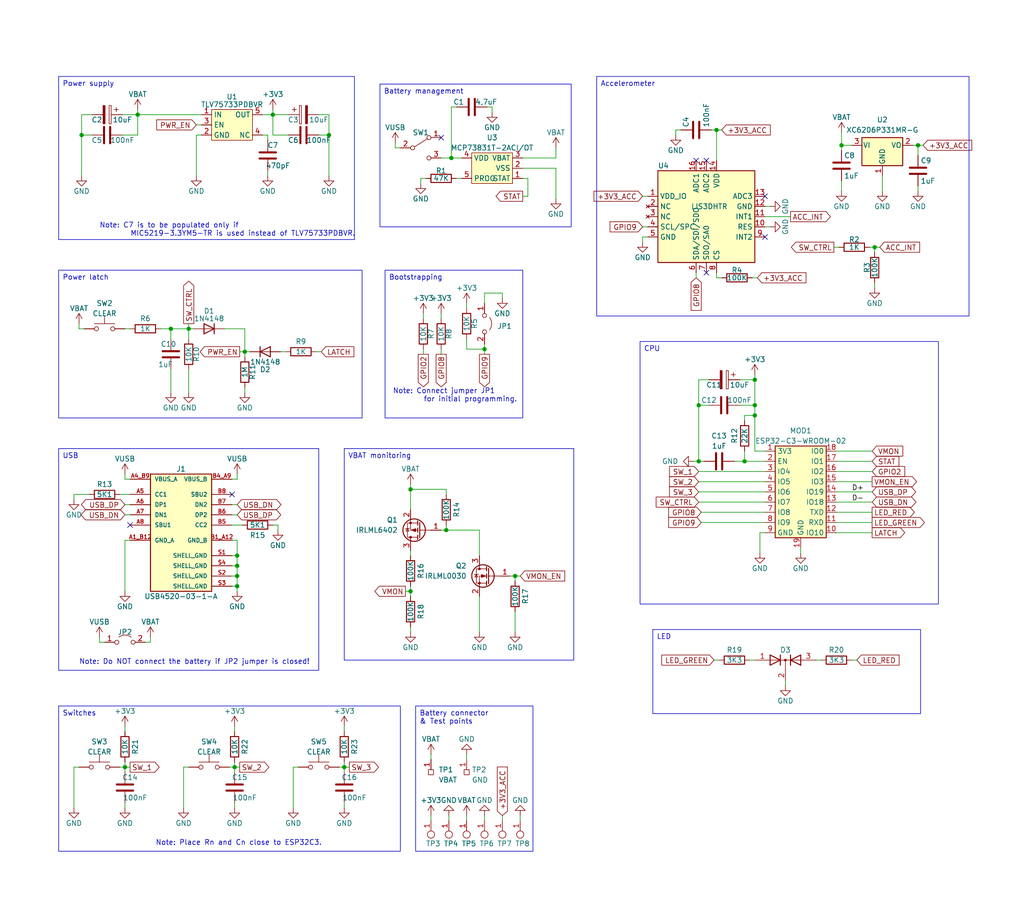
<source format=kicad_sch>
(kicad_sch (version 20230121) (generator eeschema)
  (paper "User" 254.991 229.997)
  (title_block (title "Bluetooth Password Keyboard") (date "2023-10-08") (rev "A"))
  (junction (at 111.125 132.08))
  (junction (at 59.055 140.97))
  (junction (at 185.42 114.935))
  (junction (at 60.96 87.63))
  (junction (at 187.96 94.615))
  (junction (at 59.055 143.51))
  (junction (at 59.055 138.43))
  (junction (at 85.725 191.135))
  (junction (at 102.235 147.32))
  (junction (at 31.115 191.135))
  (junction (at 120.65 86.995))
  (junction (at 58.42 191.135))
  (junction (at 217.805 61.595))
  (junction (at 173.99 114.935))
  (junction (at 67.945 28.575))
  (junction (at 112.395 39.37))
  (junction (at 187.96 103.505))
  (junction (at 173.99 100.965))
  (junction (at 46.99 81.915))
  (junction (at 228.6 36.195))
  (junction (at 209.55 36.195))
  (junction (at 42.545 81.915))
  (junction (at 20.32 33.655))
  (junction (at 128.27 143.51))
  (junction (at 102.235 121.92))
  (junction (at 178.435 32.385))
  (junction (at 187.96 100.965))
  (junction (at 34.29 28.575))
  (junction (at 59.055 146.05))
  (junction (at 81.915 33.655))
  (no_connect (at 173.355 40.005))
  (no_connect (at 109.855 34.29))
  (no_connect (at 175.895 67.945))
  (no_connect (at 190.5 48.895))
  (no_connect (at 190.5 59.055))
  (no_connect (at 175.895 40.005))
  (no_connect (at 32.385 130.81))
  (no_connect (at 57.785 123.19))
  (wire (pts (xy 178.435 32.385) (xy 178.435 40.005)))
  (wire (pts (xy 128.27 143.51) (xy 128.27 144.78)))
  (wire (pts (xy 189.23 132.715) (xy 189.23 137.795)))
  (wire (pts (xy 20.32 33.655) (xy 20.32 43.815)))
  (wire (pts (xy 57.785 146.05) (xy 59.055 146.05)))
  (wire (pts (xy 58.42 191.135) (xy 58.42 192.405)))
  (wire (pts (xy 208.28 130.175) (xy 217.17 130.175)))
  (wire (pts (xy 160.02 48.895) (xy 161.29 48.895)))
  (wire (pts (xy 172.72 114.935) (xy 173.99 114.935)))
  (wire (pts (xy 125.095 203.2) (xy 125.095 204.47)))
  (wire (pts (xy 18.415 123.19) (xy 18.415 124.46)))
  (wire (pts (xy 130.175 41.91) (xy 138.43 41.91)))
  (wire (pts (xy 130.175 48.895) (xy 131.445 48.895)))
  (wire (pts (xy 109.855 78.105) (xy 109.855 79.375)))
  (wire (pts (xy 78.74 87.63) (xy 80.01 87.63)))
  (wire (pts (xy 31.115 134.62) (xy 31.115 147.32)))
  (wire (pts (xy 184.15 94.615) (xy 187.96 94.615)))
  (wire (pts (xy 195.58 169.545) (xy 195.58 170.815)))
  (wire (pts (xy 185.42 114.935) (xy 190.5 114.935)))
  (wire (pts (xy 187.96 94.615) (xy 187.96 100.965)))
  (wire (pts (xy 209.55 36.195) (xy 212.09 36.195)))
  (wire (pts (xy 67.945 33.655) (xy 71.755 33.655)))
  (wire (pts (xy 120.65 86.995) (xy 120.65 88.265)))
  (wire (pts (xy 29.845 123.19) (xy 32.385 123.19)))
  (wire (pts (xy 130.175 39.37) (xy 138.43 39.37)))
  (wire (pts (xy 178.435 69.215) (xy 179.705 69.215)))
  (wire (pts (xy 120.65 203.2) (xy 120.65 204.47)))
  (wire (pts (xy 18.415 123.19) (xy 22.225 123.19)))
  (wire (pts (xy 160.02 59.055) (xy 161.29 59.055)))
  (wire (pts (xy 73.025 191.135) (xy 73.025 201.295)))
  (wire (pts (xy 65.405 28.575) (xy 67.945 28.575)))
  (wire (pts (xy 209.55 37.465) (xy 209.55 36.195)))
  (wire (pts (xy 57.785 119.38) (xy 59.055 119.38)))
  (wire (pts (xy 128.27 143.51) (xy 129.54 143.51)))
  (wire (pts (xy 60.96 87.63) (xy 62.23 87.63)))
  (wire (pts (xy 116.205 187.96) (xy 116.205 189.23)))
  (wire (pts (xy 102.235 147.32) (xy 102.235 148.59)))
  (wire (pts (xy 102.235 121.92) (xy 111.125 121.92)))
  (wire (pts (xy 102.235 121.92) (xy 102.235 127)))
  (wire (pts (xy 138.43 36.83) (xy 138.43 39.37)))
  (wire (pts (xy 18.415 191.135) (xy 18.415 201.295)))
  (wire (pts (xy 20.32 33.655) (xy 22.86 33.655)))
  (wire (pts (xy 98.425 35.56) (xy 98.425 36.83)))
  (wire (pts (xy 177.8 164.465) (xy 179.07 164.465)))
  (wire (pts (xy 207.645 61.595) (xy 208.915 61.595)))
  (wire (pts (xy 173.99 94.615) (xy 176.53 94.615)))
  (wire (pts (xy 229.87 36.195) (xy 228.6 36.195)))
  (wire (pts (xy 55.88 81.915) (xy 60.96 81.915)))
  (wire (pts (xy 102.235 156.21) (xy 102.235 157.48)))
  (wire (pts (xy 111.76 203.2) (xy 111.76 204.47)))
  (wire (pts (xy 186.69 164.465) (xy 187.96 164.465)))
  (wire (pts (xy 69.85 87.63) (xy 71.12 87.63)))
  (wire (pts (xy 188.595 69.215) (xy 187.325 69.215)))
  (wire (pts (xy 112.395 39.37) (xy 114.935 39.37)))
  (wire (pts (xy 208.28 125.095) (xy 217.17 125.095)))
  (wire (pts (xy 31.115 191.135) (xy 32.385 191.135)))
  (wire (pts (xy 168.275 32.385) (xy 169.545 32.385)))
  (wire (pts (xy 59.055 138.43) (xy 59.055 140.97)))
  (wire (pts (xy 189.23 132.715) (xy 190.5 132.715)))
  (wire (pts (xy 31.115 119.38) (xy 32.385 119.38)))
  (wire (pts (xy 209.55 45.085) (xy 209.55 47.625)))
  (wire (pts (xy 131.445 44.45) (xy 131.445 48.895)))
  (wire (pts (xy 190.5 56.515) (xy 191.77 56.515)))
  (wire (pts (xy 121.285 26.67) (xy 122.555 26.67)))
  (wire (pts (xy 208.28 120.015) (xy 217.17 120.015)))
  (wire (pts (xy 20.32 28.575) (xy 22.86 28.575)))
  (wire (pts (xy 119.38 132.08) (xy 119.38 138.43)))
  (wire (pts (xy 31.115 191.135) (xy 31.115 192.405)))
  (wire (pts (xy 127 143.51) (xy 128.27 143.51)))
  (wire (pts (xy 219.71 47.625) (xy 219.71 43.815)))
  (wire (pts (xy 37.465 158.75) (xy 37.465 160.02)))
  (wire (pts (xy 212.09 164.465) (xy 213.36 164.465)))
  (wire (pts (xy 111.125 121.92) (xy 111.125 123.19)))
  (wire (pts (xy 46.99 81.915) (xy 48.26 81.915)))
  (wire (pts (xy 34.29 28.575) (xy 34.29 33.655)))
  (wire (pts (xy 79.375 33.655) (xy 81.915 33.655)))
  (wire (pts (xy 31.115 81.915) (xy 32.385 81.915)))
  (wire (pts (xy 227.33 36.195) (xy 228.6 36.195)))
  (wire (pts (xy 208.28 127.635) (xy 217.17 127.635)))
  (wire (pts (xy 173.99 100.965) (xy 173.99 114.935)))
  (wire (pts (xy 208.28 132.715) (xy 217.17 132.715)))
  (wire (pts (xy 217.805 62.865) (xy 217.805 61.595)))
  (wire (pts (xy 128.27 152.4) (xy 128.27 157.48)))
  (wire (pts (xy 58.42 191.135) (xy 57.15 191.135)))
  (wire (pts (xy 31.115 191.135) (xy 29.845 191.135)))
  (wire (pts (xy 187.96 100.965) (xy 187.96 103.505)))
  (wire (pts (xy 48.895 31.115) (xy 50.165 31.115)))
  (wire (pts (xy 18.415 191.135) (xy 19.685 191.135)))
  (wire (pts (xy 58.42 191.135) (xy 59.69 191.135)))
  (wire (pts (xy 57.785 125.73) (xy 59.055 125.73)))
  (wire (pts (xy 107.315 203.2) (xy 107.315 204.47)))
  (wire (pts (xy 125.095 73.025) (xy 125.095 74.295)))
  (wire (pts (xy 122.555 26.67) (xy 122.555 27.94)))
  (wire (pts (xy 30.48 33.655) (xy 34.29 33.655)))
  (wire (pts (xy 40.005 81.915) (xy 42.545 81.915)))
  (wire (pts (xy 228.6 46.355) (xy 228.6 47.625)))
  (wire (pts (xy 185.42 112.395) (xy 185.42 114.935)))
  (wire (pts (xy 116.205 75.565) (xy 116.205 76.835)))
  (wire (pts (xy 119.38 148.59) (xy 119.38 157.48)))
  (wire (pts (xy 34.29 28.575) (xy 50.165 28.575)))
  (wire (pts (xy 173.99 125.095) (xy 190.5 125.095)))
  (wire (pts (xy 85.725 180.975) (xy 85.725 182.245)))
  (wire (pts (xy 45.72 191.135) (xy 46.99 191.135)))
  (wire (pts (xy 81.915 33.655) (xy 81.915 43.815)))
  (wire (pts (xy 30.48 28.575) (xy 34.29 28.575)))
  (wire (pts (xy 46.99 80.645) (xy 46.99 81.915)))
  (wire (pts (xy 187.96 103.505) (xy 187.96 112.395)))
  (wire (pts (xy 57.785 140.97) (xy 59.055 140.97)))
  (wire (pts (xy 31.115 200.025) (xy 31.115 201.295)))
  (wire (pts (xy 59.055 146.05) (xy 59.055 147.32)))
  (wire (pts (xy 102.235 120.65) (xy 102.235 121.92)))
  (wire (pts (xy 66.675 42.545) (xy 66.675 43.815)))
  (wire (pts (xy 174.625 127.635) (xy 190.5 127.635)))
  (wire (pts (xy 31.115 134.62) (xy 32.385 134.62)))
  (wire (pts (xy 113.665 44.45) (xy 114.935 44.45)))
  (wire (pts (xy 85.725 191.135) (xy 84.455 191.135)))
  (wire (pts (xy 105.41 78.105) (xy 105.41 79.375)))
  (wire (pts (xy 109.855 86.995) (xy 109.855 88.265)))
  (wire (pts (xy 217.805 61.595) (xy 219.075 61.595)))
  (wire (pts (xy 116.205 203.2) (xy 116.205 204.47)))
  (wire (pts (xy 48.895 33.655) (xy 48.895 43.815)))
  (wire (pts (xy 59.055 140.97) (xy 59.055 143.51)))
  (wire (pts (xy 57.785 130.81) (xy 60.325 130.81)))
  (wire (pts (xy 109.855 39.37) (xy 112.395 39.37)))
  (wire (pts (xy 199.39 136.525) (xy 199.39 137.795)))
  (wire (pts (xy 67.945 27.305) (xy 67.945 28.575)))
  (wire (pts (xy 174.625 130.175) (xy 190.5 130.175)))
  (wire (pts (xy 69.215 130.81) (xy 69.215 132.08)))
  (wire (pts (xy 217.805 61.595) (xy 216.535 61.595)))
  (wire (pts (xy 107.315 187.96) (xy 107.315 189.23)))
  (wire (pts (xy 31.115 125.73) (xy 32.385 125.73)))
  (wire (pts (xy 177.165 32.385) (xy 178.435 32.385)))
  (wire (pts (xy 185.42 103.505) (xy 187.96 103.505)))
  (wire (pts (xy 85.725 200.025) (xy 85.725 201.295)))
  (wire (pts (xy 58.42 180.975) (xy 58.42 182.245)))
  (wire (pts (xy 57.785 143.51) (xy 59.055 143.51)))
  (wire (pts (xy 59.055 143.51) (xy 59.055 146.05)))
  (wire (pts (xy 60.96 96.52) (xy 60.96 97.79)))
  (wire (pts (xy 31.115 118.11) (xy 31.115 119.38)))
  (wire (pts (xy 208.28 122.555) (xy 217.17 122.555)))
  (wire (pts (xy 60.96 87.63) (xy 60.96 88.9)))
  (wire (pts (xy 173.99 94.615) (xy 173.99 100.965)))
  (wire (pts (xy 59.69 87.63) (xy 60.96 87.63)))
  (wire (pts (xy 20.32 28.575) (xy 20.32 33.655)))
  (wire (pts (xy 187.96 112.395) (xy 190.5 112.395)))
  (wire (pts (xy 187.96 93.345) (xy 187.96 94.615)))
  (wire (pts (xy 85.725 191.135) (xy 85.725 192.405)))
  (wire (pts (xy 184.15 100.965) (xy 187.96 100.965)))
  (wire (pts (xy 57.785 134.62) (xy 59.055 134.62)))
  (wire (pts (xy 24.765 158.75) (xy 24.765 160.02)))
  (wire (pts (xy 42.545 81.915) (xy 46.99 81.915)))
  (wire (pts (xy 19.685 81.915) (xy 20.955 81.915)))
  (wire (pts (xy 138.43 41.91) (xy 138.43 49.53)))
  (wire (pts (xy 104.775 44.45) (xy 104.775 45.72)))
  (wire (pts (xy 31.115 180.975) (xy 31.115 182.245)))
  (wire (pts (xy 160.02 56.515) (xy 161.29 56.515)))
  (wire (pts (xy 112.395 26.67) (xy 113.665 26.67)))
  (wire (pts (xy 98.425 36.83) (xy 99.695 36.83)))
  (wire (pts (xy 168.275 32.385) (xy 168.275 33.655)))
  (wire (pts (xy 46.99 81.915) (xy 46.99 84.455)))
  (wire (pts (xy 105.41 86.995) (xy 105.41 88.265)))
  (wire (pts (xy 24.765 160.02) (xy 26.035 160.02)))
  (wire (pts (xy 46.99 92.075) (xy 46.99 97.79)))
  (wire (pts (xy 178.435 67.945) (xy 178.435 69.215)))
  (wire (pts (xy 190.5 51.435) (xy 191.77 51.435)))
  (wire (pts (xy 58.42 189.865) (xy 58.42 191.135)))
  (wire (pts (xy 100.965 147.32) (xy 102.235 147.32)))
  (wire (pts (xy 111.125 132.08) (xy 119.38 132.08)))
  (wire (pts (xy 116.205 86.995) (xy 120.65 86.995)))
  (wire (pts (xy 129.54 203.2) (xy 129.54 204.47)))
  (wire (pts (xy 19.685 80.645) (xy 19.685 81.915)))
  (wire (pts (xy 112.395 26.67) (xy 112.395 39.37)))
  (wire (pts (xy 57.785 128.27) (xy 59.055 128.27)))
  (wire (pts (xy 120.65 85.725) (xy 120.65 86.995)))
  (wire (pts (xy 45.72 191.135) (xy 45.72 201.295)))
  (wire (pts (xy 57.785 138.43) (xy 59.055 138.43)))
  (wire (pts (xy 58.42 200.025) (xy 58.42 201.295)))
  (wire (pts (xy 209.55 33.02) (xy 209.55 36.195)))
  (wire (pts (xy 130.175 44.45) (xy 131.445 44.45)))
  (wire (pts (xy 67.945 130.81) (xy 69.215 130.81)))
  (wire (pts (xy 116.205 84.455) (xy 116.205 86.995)))
  (wire (pts (xy 81.915 28.575) (xy 81.915 33.655)))
  (wire (pts (xy 60.96 81.915) (xy 60.96 87.63)))
  (wire (pts (xy 73.025 191.135) (xy 74.295 191.135)))
  (wire (pts (xy 85.725 189.865) (xy 85.725 191.135)))
  (wire (pts (xy 102.235 137.16) (xy 102.235 138.43)))
  (wire (pts (xy 48.895 33.655) (xy 50.165 33.655)))
  (wire (pts (xy 59.055 134.62) (xy 59.055 138.43)))
  (wire (pts (xy 196.85 53.975) (xy 190.5 53.975)))
  (wire (pts (xy 160.02 59.055) (xy 160.02 60.325)))
  (wire (pts (xy 173.99 122.555) (xy 190.5 122.555)))
  (wire (pts (xy 203.2 164.465) (xy 204.47 164.465)))
  (wire (pts (xy 208.28 112.395) (xy 217.17 112.395)))
  (wire (pts (xy 59.055 118.11) (xy 59.055 119.38)))
  (wire (pts (xy 66.675 33.655) (xy 66.675 34.925)))
  (wire (pts (xy 42.545 92.075) (xy 42.545 97.79)))
  (wire (pts (xy 36.195 160.02) (xy 37.465 160.02)))
  (wire (pts (xy 173.99 100.965) (xy 176.53 100.965)))
  (wire (pts (xy 104.775 44.45) (xy 106.045 44.45)))
  (wire (pts (xy 42.545 81.915) (xy 42.545 84.455)))
  (wire (pts (xy 173.355 69.215) (xy 173.355 67.945)))
  (wire (pts (xy 79.375 28.575) (xy 81.915 28.575)))
  (wire (pts (xy 182.88 114.935) (xy 185.42 114.935)))
  (wire (pts (xy 173.99 117.475) (xy 190.5 117.475)))
  (wire (pts (xy 109.855 132.08) (xy 111.125 132.08)))
  (wire (pts (xy 31.115 128.27) (xy 32.385 128.27)))
  (wire (pts (xy 173.99 120.015) (xy 190.5 120.015)))
  (wire (pts (xy 34.29 27.305) (xy 34.29 28.575)))
  (wire (pts (xy 185.42 103.505) (xy 185.42 104.775)))
  (wire (pts (xy 67.945 28.575) (xy 67.945 33.655)))
  (wire (pts (xy 111.125 130.81) (xy 111.125 132.08)))
  (wire (pts (xy 85.725 191.135) (xy 86.995 191.135)))
  (wire (pts (xy 228.6 36.195) (xy 228.6 38.735)))
  (wire (pts (xy 179.705 32.385) (xy 178.435 32.385)))
  (wire (pts (xy 173.99 114.935) (xy 175.26 114.935)))
  (wire (pts (xy 217.805 71.755) (xy 217.805 70.485)))
  (wire (pts (xy 120.65 73.025) (xy 125.095 73.025)))
  (wire (pts (xy 208.28 114.935) (xy 217.17 114.935)))
  (wire (pts (xy 31.115 189.865) (xy 31.115 191.135)))
  (wire (pts (xy 102.235 146.05) (xy 102.235 147.32)))
  (wire (pts (xy 65.405 33.655) (xy 66.675 33.655)))
  (wire (pts (xy 120.65 73.025) (xy 120.65 75.565)))
  (wire (pts (xy 67.945 28.575) (xy 71.755 28.575)))
  (wire (pts (xy 208.28 117.475) (xy 217.17 117.475)))
  (text_box "Battery connector\n& Test points\n" (at 103.505 175.895 0) (size 29.21 36.195) (effects (font (size 1.27 1.27)) (justify left top)))
  (text_box "Switches\n" (at 14.605 175.895 0) (size 85.09 36.195) (effects (font (size 1.27 1.27)) (justify left top)))
  (text_box "Battery management" (at 94.615 20.955 0) (size 47.625 35.56) (effects (font (size 1.27 1.27)) (justify left top)))
  (text_box "CPU" (at 159.385 85.09 0) (size 74.295 65.405) (effects (font (size 1.27 1.27)) (justify left top)))
  (text_box "Power latch" (at 14.605 67.31 0) (size 75.565 36.83) (effects (font (size 1.27 1.27)) (justify left top)))
  (text_box "VBAT monitoring" (at 85.725 111.76 0) (size 57.15 52.705) (effects (font (size 1.27 1.27)) (justify left top)))
  (text_box "Bootstrapping" (at 95.885 67.31 0) (size 34.29 36.83) (effects (font (size 1.27 1.27)) (justify left top)))
  (text_box "Power supply\n" (at 14.605 19.05 0) (size 73.66 40.64) (effects (font (size 1.27 1.27)) (justify left top)))
  (text_box "USB" (at 14.605 111.76 0) (size 64.77 55.245) (effects (font (size 1.27 1.27)) (justify left top)))
  (text_box "LED" (at 162.56 156.845 0) (size 66.675 20.955) (effects (font (size 1.27 1.27)) (justify left top)))
  (text_box "Accelerometer\n" (at 148.59 19.05 0) (size 92.71 59.69) (effects (font (size 1.27 1.27)) (justify left top)))
  (text "Note: C7 is to be populated only if\n	   MIC5219-3.3YM5-TR is used instead of TLV75733PDBVR." (at 24.765 59.055 0) (effects (font (size 1.27 1.27)) (justify left bottom)))
  (text "Note: Do NOT connect the battery if JP2 jumper is closed!" (at 19.685 165.735 0) (effects (font (size 1.27 1.27)) (justify left bottom)))
  (text "Note: Connect jumper JP1\n	   for initial programming." (at 97.79 100.33 0) (effects (font (size 1.27 1.27)) (justify left bottom)))
  (text "Note: Place Rn and Cn close to ESP32C3." (at 38.735 210.82 0) (effects (font (size 1.27 1.27)) (justify left bottom)))
  (label "D-" (at 212.09 125.095 0))
  (label "D+" (at 212.09 122.555 0))
  (global_label "GPIO9" (shape input) (at 174.625 130.175 180) (property "Intersheetrefs" "${INTERSHEET_REFS}" (effects hide)))
  (global_label "VMON" (shape output) (at 100.965 147.32 180) (property "Intersheetrefs" "${INTERSHEET_REFS}" (effects hide)))
  (global_label "STAT" (shape input) (at 217.17 114.935 0) (property "Intersheetrefs" "${INTERSHEET_REFS}" (effects hide)))
  (global_label "VMON_EN" (shape output) (at 217.17 120.015 0) (property "Intersheetrefs" "${INTERSHEET_REFS}" (effects hide)))
  (global_label "LATCH" (shape output) (at 217.17 132.715 0) (property "Intersheetrefs" "${INTERSHEET_REFS}" (effects hide)))
  (global_label "LED_RED" (shape input) (at 213.36 164.465 0) (property "Intersheetrefs" "${INTERSHEET_REFS}" (effects hide)))
  (global_label "GPIO2" (shape output) (at 105.41 88.265 270) (property "Intersheetrefs" "${INTERSHEET_REFS}" (effects hide)))
  (global_label "SW_1" (shape output) (at 32.385 191.135 0) (property "Intersheetrefs" "${INTERSHEET_REFS}" (effects hide)))
  (global_label "USB_DP" (shape bidirectional) (at 59.055 128.27 0) (property "Intersheetrefs" "${INTERSHEET_REFS}" (effects hide)))
  (global_label "USB_DN" (shape bidirectional) (at 31.115 128.27 180) (property "Intersheetrefs" "${INTERSHEET_REFS}" (effects hide)))
  (global_label "GPIO9" (shape input) (at 160.02 56.515 180) (property "Intersheetrefs" "${INTERSHEET_REFS}" (effects hide)))
  (global_label "+3V3_ACC" (shape input) (at 188.595 69.215 0) (property "Intersheetrefs" "${INTERSHEET_REFS}" (effects hide)))
  (global_label "SW_CTRL" (shape output) (at 46.99 80.645 90) (property "Intersheetrefs" "${INTERSHEET_REFS}" (effects hide)))
  (global_label "ACC_INT" (shape input) (at 219.075 61.595 0) (property "Intersheetrefs" "${INTERSHEET_REFS}" (effects hide)))
  (global_label "SW_CTRL" (shape output) (at 207.645 61.595 180) (property "Intersheetrefs" "${INTERSHEET_REFS}" (effects hide)))
  (global_label "SW_2" (shape input) (at 173.99 120.015 180) (property "Intersheetrefs" "${INTERSHEET_REFS}" (effects hide)))
  (global_label "USB_DN" (shape bidirectional) (at 59.055 125.73 0) (property "Intersheetrefs" "${INTERSHEET_REFS}" (effects hide)))
  (global_label "SW_2" (shape output) (at 59.69 191.135 0) (property "Intersheetrefs" "${INTERSHEET_REFS}" (effects hide)))
  (global_label "ACC_INT" (shape output) (at 196.85 53.975 0) (property "Intersheetrefs" "${INTERSHEET_REFS}" (effects hide)))
  (global_label "USB_DP" (shape bidirectional) (at 217.17 122.555 0) (property "Intersheetrefs" "${INTERSHEET_REFS}" (effects hide)))
  (global_label "VMON_EN" (shape input) (at 129.54 143.51 0) (property "Intersheetrefs" "${INTERSHEET_REFS}" (effects hide)))
  (global_label "STAT" (shape output) (at 130.175 48.895 180) (property "Intersheetrefs" "${INTERSHEET_REFS}" (effects hide)))
  (global_label "LATCH" (shape input) (at 80.01 87.63 0) (property "Intersheetrefs" "${INTERSHEET_REFS}" (effects hide)))
  (global_label "PWR_EN" (shape output) (at 59.69 87.63 180) (property "Intersheetrefs" "${INTERSHEET_REFS}" (effects hide)))
  (global_label "LED_RED" (shape output) (at 217.17 127.635 0) (property "Intersheetrefs" "${INTERSHEET_REFS}" (effects hide)))
  (global_label "SW_3" (shape input) (at 173.99 122.555 180) (property "Intersheetrefs" "${INTERSHEET_REFS}" (effects hide)))
  (global_label "SW_3" (shape output) (at 86.995 191.135 0) (property "Intersheetrefs" "${INTERSHEET_REFS}" (effects hide)))
  (global_label "GPIO8" (shape output) (at 109.855 88.265 270) (property "Intersheetrefs" "${INTERSHEET_REFS}" (effects hide)))
  (global_label "+3V3_ACC" (shape input) (at 229.87 36.195 0) (property "Intersheetrefs" "${INTERSHEET_REFS}" (effects hide)))
  (global_label "+3V3_ACC" (shape input) (at 179.705 32.385 0) (property "Intersheetrefs" "${INTERSHEET_REFS}" (effects hide)))
  (global_label "GPIO8" (shape input) (at 173.355 69.215 270) (property "Intersheetrefs" "${INTERSHEET_REFS}" (effects hide)))
  (global_label "PWR_EN" (shape input) (at 48.895 31.115 180) (property "Intersheetrefs" "${INTERSHEET_REFS}" (effects hide)))
  (global_label "SW_CTRL" (shape input) (at 173.99 125.095 180) (property "Intersheetrefs" "${INTERSHEET_REFS}" (effects hide)))
  (global_label "+3V3_ACC" (shape input) (at 125.095 203.2 90) (property "Intersheetrefs" "${INTERSHEET_REFS}" (effects hide)))
  (global_label "+3V3_ACC" (shape input) (at 160.02 48.895 180) (property "Intersheetrefs" "${INTERSHEET_REFS}" (effects hide)))
  (global_label "LED_GREEN" (shape input) (at 177.8 164.465 180) (property "Intersheetrefs" "${INTERSHEET_REFS}" (effects hide)))
  (global_label "SW_1" (shape input) (at 173.99 117.475 180) (property "Intersheetrefs" "${INTERSHEET_REFS}" (effects hide)))
  (global_label "USB_DN" (shape bidirectional) (at 217.17 125.095 0) (property "Intersheetrefs" "${INTERSHEET_REFS}" (effects hide)))
  (global_label "GPIO2" (shape input) (at 217.17 117.475 0) (property "Intersheetrefs" "${INTERSHEET_REFS}" (effects hide)))
  (global_label "VMON" (shape input) (at 217.17 112.395 0) (property "Intersheetrefs" "${INTERSHEET_REFS}" (effects hide)))
  (global_label "USB_DP" (shape bidirectional) (at 31.115 125.73 180) (property "Intersheetrefs" "${INTERSHEET_REFS}" (effects hide)))
  (global_label "GPIO8" (shape input) (at 174.625 127.635 180) (property "Intersheetrefs" "${INTERSHEET_REFS}" (effects hide)))
  (global_label "GPIO9" (shape output) (at 120.65 88.265 270) (property "Intersheetrefs" "${INTERSHEET_REFS}" (effects hide)))
  (global_label "LED_GREEN" (shape output) (at 217.17 130.175 0) (property "Intersheetrefs" "${INTERSHEET_REFS}" (effects hide)))
  (symbol (lib_id "Device:R") (at 217.805 66.675 180) (unit 1)
    (property "Reference" "R3" (at 215.9 66.675 90))
    (property "Value" "100K" (at 217.805 66.675 90))
    (property "Footprint" "Resistor_SMD:R_0603_1608Metric_Pad0.98x0.95mm_HandSolder" (effects hide))
  )
  (symbol (lib_id "power:GND") (at 104.775 45.72 0) (unit 1)
    (property "Reference" "#PWR012" (effects hide))
    (property "Value" "GND" (at 104.775 49.53 0))
  )
  (symbol (lib_id "Device:C") (at 26.67 33.655 90) (unit 1)
    (property "Reference" "C5" (at 24.13 34.925 90))
    (property "Value" "100nF" (at 30.48 34.925 90))
    (property "Footprint" "Capacitor_SMD:C_0603_1608Metric_Pad1.08x0.95mm_HandSolder" (effects hide))
  )
  (symbol (lib_id "ssb-power:VBAT") (at 19.685 81.915 0) (unit 1)
    (property "Reference" "#PWR25" (effects hide))
    (property "Value" "VBAT" (at 19.685 76.835 0))
  )
  (symbol (lib_id "power:GND") (at 168.275 33.655 0) (unit 1)
    (property "Reference" "#PWR04" (effects hide))
    (property "Value" "GND" (at 168.275 37.465 0))
  )
  (symbol (lib_id "power:GND") (at 122.555 27.94 0) (unit 1)
    (property "Reference" "#PWR02" (effects hide))
    (property "Value" "GND" (at 122.555 31.75 0))
  )
  (symbol (lib_id "power:GND") (at 45.72 201.295 0) (mirror y) (unit 1)
    (property "Reference" "#PWR053" (effects hide))
    (property "Value" "GND" (at 45.72 205.105 0))
  )
  (symbol (lib_id "power:GND") (at 160.02 60.325 0) (unit 1)
    (property "Reference" "#PWR019" (effects hide))
    (property "Value" "GND" (at 160.02 64.135 0))
  )
  (symbol (lib_id "Device:D") (at 52.07 81.915 180) (unit 1)
    (property "Reference" "D1" (at 52.07 77.47 0))
    (property "Value" "1N4148" (at 52.07 79.375 0))
    (property "Footprint" "Diode_SMD:D_SOD-323_HandSoldering" (effects hide))
    (property "Sim.Device" "D" (effects hide))
    (property "Sim.Pins" "1=K 2=A" (effects hide))
  )
  (symbol (lib_id "Device:C") (at 75.565 33.655 270) (mirror x) (unit 1)
    (property "Reference" "C6" (at 73.025 34.925 90))
    (property "Value" "100nF" (at 79.375 34.925 90))
    (property "Footprint" "Capacitor_SMD:C_0603_1608Metric_Pad1.08x0.95mm_HandSolder" (effects hide))
  )
  (symbol (lib_id "Device:R") (at 31.115 186.055 0) (mirror x) (unit 1)
    (property "Reference" "R21" (at 33.655 186.055 90))
    (property "Value" "10K" (at 31.115 186.055 90))
    (property "Footprint" "Resistor_SMD:R_0603_1608Metric_Pad0.98x0.95mm_HandSolder" (effects hide))
  )
  (symbol (lib_id "ssb-power:VUSB") (at 24.765 160.02 0) (unit 1)
    (property "Reference" "#PWR43" (effects hide))
    (property "Value" "VUSB" (at 24.765 154.94 0))
  )
  (symbol (lib_id "Device:R") (at 109.855 83.185 0) (unit 1)
    (property "Reference" "R8" (at 111.76 83.185 90))
    (property "Value" "10K" (at 109.855 83.185 90))
    (property "Footprint" "Resistor_SMD:R_0603_1608Metric_Pad0.98x0.95mm_HandSolder" (effects hide))
  )
  (symbol (lib_id "Device:C_Polarized") (at 26.67 28.575 270) (unit 1)
    (property "Reference" "C2" (at 24.13 29.845 90))
    (property "Value" "10uF" (at 30.48 29.845 90))
    (property "Footprint" "Capacitor_SMD:C_0603_1608Metric_Pad1.08x0.95mm_HandSolder" (effects hide))
  )
  (symbol (lib_id "power:GND") (at 58.42 201.295 0) (mirror y) (unit 1)
    (property "Reference" "#PWR054" (effects hide))
    (property "Value" "GND" (at 58.42 205.105 0))
  )
  (symbol (lib_id "ssb-power:VBAT") (at 116.205 204.47 0) (mirror y) (unit 1)
    (property "Reference" "#PWR59" (effects hide))
    (property "Value" "VBAT" (at 116.205 199.39 0))
  )
  (symbol (lib_id "power:GND") (at 172.72 114.935 270) (unit 1)
    (property "Reference" "#PWR030" (effects hide))
    (property "Value" "GND" (at 168.91 114.935 90) (effects (justify right)))
  )
  (symbol (lib_id "ssb-active-regulator-linear:TLV75733PDBVR") (at 57.785 31.115 0) (unit 1)
    (property "Reference" "U1" (at 57.785 24.13 0))
    (property "Value" "TLV75733PDBVR" (at 57.785 26.035 0))
    (property "Footprint" "Package_TO_SOT_SMD:SOT-23-5_HandSoldering" (effects hide))
  )
  (symbol (lib_id "Device:C_Polarized") (at 75.565 28.575 90) (mirror x) (unit 1)
    (property "Reference" "C3" (at 73.025 29.845 90))
    (property "Value" "10uF" (at 79.375 29.845 90))
    (property "Footprint" "Capacitor_SMD:C_0603_1608Metric_Pad1.08x0.95mm_HandSolder" (effects hide))
  )
  (symbol (lib_id "power:GND") (at 31.115 201.295 0) (mirror y) (unit 1)
    (property "Reference" "#PWR052" (effects hide))
    (property "Value" "GND" (at 31.115 205.105 0))
  )
  (symbol (lib_id "power:GND") (at 20.32 43.815 0) (unit 1)
    (property "Reference" "#PWR08" (effects hide))
    (property "Value" "GND" (at 20.32 47.625 0))
  )
  (symbol (lib_id "power:GND") (at 59.055 147.32 0) (mirror y) (unit 1)
    (property "Reference" "#PWR039" (effects hide))
    (property "Value" "GND" (at 59.055 151.13 0))
  )
  (symbol (lib_id "ssb-mechanical-tp:TP-ROUND-SMD-2MM") (at 120.65 211.455 180) (unit 1)
    (property "Reference" "TP6" (at 119.38 210.185 0) (effects (justify right)))
    (property "Value" "TP-ROUND-SMD-2MM" (effects hide))
    (property "Footprint" "TestPoint:TestPoint_Pad_D1.0mm" (effects hide))
  )
  (symbol (lib_id "Device:C") (at 117.475 26.67 90) (unit 1)
    (property "Reference" "C1" (at 115.57 25.4 90) (effects (justify left)))
    (property "Value" "4,7uF" (at 123.825 25.4 90) (effects (justify left)))
    (property "Footprint" "Capacitor_SMD:C_0603_1608Metric_Pad1.08x0.95mm_HandSolder" (effects hide))
  )
  (symbol (lib_id "Device:C") (at 228.6 42.545 0) (unit 1)
    (property "Reference" "C9" (at 229.235 40.005 0) (effects (justify left)))
    (property "Value" "1uF" (at 229.235 45.085 0) (effects (justify left)))
    (property "Footprint" "Capacitor_SMD:C_0603_1608Metric_Pad1.08x0.95mm_HandSolder" (effects hide))
  )
  (symbol (lib_id "Device:R") (at 102.235 142.24 0) (mirror x) (unit 1)
    (property "Reference" "R16" (at 104.775 142.24 90))
    (property "Value" "100K" (at 102.235 142.24 90))
    (property "Footprint" "Resistor_SMD:R_0603_1608Metric_Pad0.98x0.95mm_HandSolder" (effects hide))
  )
  (symbol (lib_id "Switch:SW_Push") (at 26.035 81.915 0) (mirror y) (unit 1)
    (property "Reference" "SW2" (at 26.035 75.565 0))
    (property "Value" "CLEAR" (at 26.035 78.105 0))
    (property "Footprint" "ssb-mechanical-switch:SMD GENERIC 2-PIN 3.6x6x2.5" (effects hide))
  )
  (symbol (lib_id "power:GND") (at 31.115 147.32 0) (mirror y) (unit 1)
    (property "Reference" "#PWR038" (effects hide))
    (property "Value" "GND" (at 31.115 151.13 0))
  )
  (symbol (lib_id "power:GND") (at 189.23 137.795 0) (unit 1)
    (property "Reference" "#PWR036" (effects hide))
    (property "Value" "GND" (at 189.23 141.605 0))
  )
  (symbol (lib_id "Device:D_Dual_CommonCathode_AKA") (at 195.58 164.465 0) (unit 1)
    (property "Reference" "D3" (at 195.58 161.925 0))
    (property "Value" "GREEN/RED" (effects hide))
    (property "Footprint" "ssb-opto:TH GENERIC LED 3MM DUAL (RED 3D)" (effects hide))
  )
  (symbol (lib_id "ssb-mechanical-tp:TP-ROUND-SMD-2MM") (at 116.205 211.455 180) (unit 1)
    (property "Reference" "TP5" (at 114.935 210.185 0) (effects (justify right)))
    (property "Value" "TP-ROUND-SMD-2MM" (effects hide))
    (property "Footprint" "TestPoint:TestPoint_Pad_D1.0mm" (effects hide))
  )
  (symbol (lib_id "Device:R") (at 60.96 92.71 0) (unit 1)
    (property "Reference" "R11" (at 62.865 92.71 90))
    (property "Value" "1M" (at 60.96 92.71 90))
    (property "Footprint" "Resistor_SMD:R_0603_1608Metric_Pad0.98x0.95mm_HandSolder" (effects hide))
  )
  (symbol (lib_id "power:GND") (at 209.55 47.625 0) (unit 1)
    (property "Reference" "#PWR013" (effects hide))
    (property "Value" "GND" (at 209.55 51.435 0))
  )
  (symbol (lib_id "ssb-power:VUSB") (at 98.425 36.83 0) (unit 1)
    (property "Reference" "#PWR6" (effects hide))
    (property "Value" "VUSB" (at 98.425 31.75 0))
  )
  (symbol (lib_id "power:GND") (at 217.805 71.755 0) (unit 1)
    (property "Reference" "#PWR020" (effects hide))
    (property "Value" "GND" (at 217.805 75.565 0))
  )
  (symbol (lib_id "power:GND") (at 73.025 201.295 0) (mirror y) (unit 1)
    (property "Reference" "#PWR055" (effects hide))
    (property "Value" "GND" (at 73.025 205.105 0))
  )
  (symbol (lib_id "Device:C") (at 58.42 196.215 0) (mirror y) (unit 1)
    (property "Reference" "C15" (at 59.69 193.675 0))
    (property "Value" "100nF" (at 60.96 198.755 0))
    (property "Footprint" "Capacitor_SMD:C_0603_1608Metric_Pad1.08x0.95mm_HandSolder" (effects hide))
  )
  (symbol (lib_id "Device:R") (at 208.28 164.465 90) (unit 1)
    (property "Reference" "R20" (at 208.28 161.925 90))
    (property "Value" "3K3" (at 208.28 164.465 90))
    (property "Footprint" "Resistor_SMD:R_0603_1608Metric_Pad0.98x0.95mm_HandSolder" (effects hide))
  )
  (symbol (lib_id "Device:C") (at 209.55 41.275 0) (unit 1)
    (property "Reference" "C8" (at 210.185 38.735 0) (effects (justify left)))
    (property "Value" "1uF" (at 210.185 43.815 0) (effects (justify left)))
    (property "Footprint" "Capacitor_SMD:C_0603_1608Metric_Pad1.08x0.95mm_HandSolder" (effects hide))
  )
  (symbol (lib_id "power:GND") (at 18.415 124.46 0) (mirror y) (unit 1)
    (property "Reference" "#PWR034" (effects hide))
    (property "Value" "GND" (at 18.415 128.27 0))
  )
  (symbol (lib_id "ssb-power:VBAT") (at 37.465 160.02 0) (unit 1)
    (property "Reference" "#PWR44" (effects hide))
    (property "Value" "VBAT" (at 37.465 154.94 0))
  )
  (symbol (lib_id "Device:C") (at 66.675 38.735 0) (mirror y) (unit 1)
    (property "Reference" "C7" (at 67.945 36.195 0))
    (property "Value" "470pF" (at 69.215 41.275 0))
    (property "Footprint" "Capacitor_SMD:C_0603_1608Metric_Pad1.08x0.95mm_HandSolder" (effects hide))
  )
  (symbol (lib_id "Switch:SW_Push") (at 79.375 191.135 0) (mirror y) (unit 1)
    (property "Reference" "SW5" (at 79.375 184.785 0))
    (property "Value" "CLEAR" (at 79.375 187.325 0))
    (property "Footprint" "ssb-mechanical-switch:SMD GENERIC 2-PIN 3.6x6x2.5" (effects hide))
  )
  (symbol (lib_id "power:+3V3") (at 85.725 180.975 0) (mirror y) (unit 1)
    (property "Reference" "#PWR048" (effects hide))
    (property "Value" "+3V3" (at 85.725 177.165 0))
  )
  (symbol (lib_id "power:GND") (at 60.96 97.79 0) (unit 1)
    (property "Reference" "#PWR029" (effects hide))
    (property "Value" "GND" (at 60.96 101.6 0))
  )
  (symbol (lib_id "ssb-module-wireless:ESP32-C3-WROOM-02") (at 199.39 122.555 0) (unit 1)
    (property "Reference" "MOD1" (at 199.39 107.315 0))
    (property "Value" "ESP32-C3-WROOM-02" (at 199.39 109.855 0))
    (property "Footprint" "ssb-module-wireless:SMD ESP32C3-WROOM-02" (effects hide))
  )
  (symbol (lib_id "Device:C_Polarized") (at 180.34 94.615 270) (unit 1)
    (property "Reference" "C11" (at 177.8 95.885 90))
    (property "Value" "10uF" (at 184.15 95.885 90))
    (property "Footprint" "Capacitor_SMD:C_0603_1608Metric_Pad1.08x0.95mm_HandSolder" (effects hide))
  )
  (symbol (lib_id "Jumper:Jumper_2_Open") (at 31.115 160.02 0) (unit 1)
    (property "Reference" "JP2" (at 31.115 157.48 0))
    (property "Value" "Jumper_2_Open" (effects hide))
    (property "Footprint" "Jumper:SolderJumper-2_P1.3mm_Open_RoundedPad1.0x1.5mm" (effects hide))
  )
  (symbol (lib_id "ssb-mechanical-connector:USB4520-03-1-A") (at 45.085 132.08 0) (unit 1)
    (property "Reference" "J1" (at 45.085 116.84 0))
    (property "Value" "USB4520-03-1-A" (at 45.085 148.59 0))
    (property "Footprint" "ssb-mechanical-connector:SMD USB4520-03-1-A" (effects hide))
  )
  (symbol (lib_id "Device:R") (at 128.27 148.59 0) (mirror x) (unit 1)
    (property "Reference" "R17" (at 130.81 148.59 90))
    (property "Value" "100K" (at 128.27 148.59 90))
    (property "Footprint" "Resistor_SMD:R_0603_1608Metric_Pad0.98x0.95mm_HandSolder" (effects hide))
  )
  (symbol (lib_id "ssb-active-battery-management:MCP73831T-2ACI/OT") (at 122.555 46.99 180) (unit 1)
    (property "Reference" "U3" (at 122.555 34.29 0))
    (property "Value" "MCP73831T-2ACI/OT" (at 122.555 36.83 0))
    (property "Footprint" "Package_SO:TSOP-5_1.65x3.05mm_P0.95mm" (effects hide))
  )
  (symbol (lib_id "Device:R") (at 64.135 130.81 90) (unit 1)
    (property "Reference" "R15" (at 64.135 133.35 90))
    (property "Value" "5K1" (at 64.135 130.81 90))
    (property "Footprint" "Resistor_SMD:R_0603_1608Metric_Pad0.98x0.95mm_HandSolder" (effects hide))
  )
  (symbol (lib_id "power:GND") (at 69.215 132.08 0) (mirror y) (unit 1)
    (property "Reference" "#PWR035" (effects hide))
    (property "Value" "GND" (at 69.215 135.89 0))
  )
  (symbol (lib_id "power:GND") (at 42.545 97.79 0) (unit 1)
    (property "Reference" "#PWR027" (effects hide))
    (property "Value" "GND" (at 42.545 101.6 0))
  )
  (symbol (lib_id "Device:R") (at 85.725 186.055 0) (mirror x) (unit 1)
    (property "Reference" "R23" (at 88.265 186.055 90))
    (property "Value" "10K" (at 85.725 186.055 90))
    (property "Footprint" "Resistor_SMD:R_0603_1608Metric_Pad0.98x0.95mm_HandSolder" (effects hide))
  )
  (symbol (lib_id "Device:C") (at 180.34 100.965 270) (unit 1)
    (property "Reference" "C12" (at 176.53 99.695 90))
    (property "Value" "100nF" (at 184.15 99.695 90))
    (property "Footprint" "Capacitor_SMD:C_0603_1608Metric_Pad1.08x0.95mm_HandSolder" (effects hide))
  )
  (symbol (lib_id "power:+3V3") (at 31.115 180.975 0) (mirror y) (unit 1)
    (property "Reference" "#PWR046" (effects hide))
    (property "Value" "+3V3" (at 31.115 177.165 0))
  )
  (symbol (lib_id "Switch:SW_Push") (at 52.07 191.135 0) (mirror y) (unit 1)
    (property "Reference" "SW4" (at 52.07 184.785 0))
    (property "Value" "CLEAR" (at 52.07 187.325 0))
    (property "Footprint" "ssb-mechanical-switch:SMD GENERIC 2-PIN 3.6x6x2.5" (effects hide))
  )
  (symbol (lib_id "Device:R") (at 102.235 152.4 0) (mirror x) (unit 1)
    (property "Reference" "R18" (at 104.775 152.4 90))
    (property "Value" "100K" (at 102.235 152.4 90))
    (property "Footprint" "Resistor_SMD:R_0603_1608Metric_Pad0.98x0.95mm_HandSolder" (effects hide))
  )
  (symbol (lib_id "ssb-active-sensor-accelerometer:LIS3DHTR") (at 163.83 50.8 0) (unit 1)
    (property "Reference" "U4" (at 163.83 41.275 0) (effects (justify left)))
    (property "Value" "LIS3DHTR" (at 172.085 51.435 0) (effects (justify left)))
    (property "Footprint" "Package_LGA:LGA-16_3x3mm_P0.5mm_LayoutBorder3x5y" (effects hide))
  )
  (symbol (lib_id "power:GND") (at 138.43 49.53 0) (unit 1)
    (property "Reference" "#PWR016" (effects hide))
    (property "Value" "GND" (at 138.43 53.34 0))
  )
  (symbol (lib_id "ssb-mechanical-tp:TP-ROUND-SMD-2MM") (at 107.315 211.455 180) (unit 1)
    (property "Reference" "TP3" (at 106.045 210.185 0) (effects (justify right)))
    (property "Value" "TP-ROUND-SMD-2MM" (effects hide))
    (property "Footprint" "TestPoint:TestPoint_Pad_D1.0mm" (effects hide))
  )
  (symbol (lib_id "Device:D") (at 66.04 87.63 0) (unit 1)
    (property "Reference" "D2" (at 66.04 92.075 0))
    (property "Value" "1N4148" (at 66.04 90.17 0))
    (property "Footprint" "Diode_SMD:D_SOD-323_HandSoldering" (effects hide))
    (property "Sim.Device" "D" (effects hide))
    (property "Sim.Pins" "1=K 2=A" (effects hide))
  )
  (symbol (lib_id "ssb-mechanical-tp:TP-ROUND-SMD-2MM") (at 111.76 211.455 180) (unit 1)
    (property "Reference" "TP4" (at 110.49 210.185 0) (effects (justify right)))
    (property "Value" "TP-ROUND-SMD-2MM" (effects hide))
    (property "Footprint" "TestPoint:TestPoint_Pad_D1.0mm" (effects hide))
  )
  (symbol (lib_id "Device:R") (at 74.93 87.63 90) (unit 1)
    (property "Reference" "R9" (at 74.93 85.09 90))
    (property "Value" "1K" (at 74.93 87.63 90))
    (property "Footprint" "Resistor_SMD:R_0603_1608Metric_Pad0.98x0.95mm_HandSolder" (effects hide))
  )
  (symbol (lib_id "Device:C") (at 85.725 196.215 0) (mirror y) (unit 1)
    (property "Reference" "C16" (at 86.995 193.675 0))
    (property "Value" "100nF" (at 88.265 198.755 0))
    (property "Footprint" "Capacitor_SMD:C_0603_1608Metric_Pad1.08x0.95mm_HandSolder" (effects hide))
  )
  (symbol (lib_id "Device:R") (at 212.725 61.595 90) (unit 1)
    (property "Reference" "R2" (at 212.725 59.69 90))
    (property "Value" "1K" (at 212.725 61.595 90))
    (property "Footprint" "Resistor_SMD:R_0603_1608Metric_Pad0.98x0.95mm_HandSolder" (effects hide))
  )
  (symbol (lib_id "ssb-mechanical-tp:TP-ROUND-SMD-2MM") (at 125.095 211.455 180) (unit 1)
    (property "Reference" "TP7" (at 123.825 210.185 0) (effects (justify right)))
    (property "Value" "TP-ROUND-SMD-2MM" (effects hide))
    (property "Footprint" "TestPoint:TestPoint_Pad_D1.0mm" (effects hide))
  )
  (symbol (lib_id "Switch:SW_Push") (at 24.765 191.135 0) (mirror y) (unit 1)
    (property "Reference" "SW3" (at 24.765 184.785 0))
    (property "Value" "CLEAR" (at 24.765 187.325 0))
    (property "Footprint" "ssb-mechanical-switch:SMD GENERIC 2-PIN 3.6x6x2.5" (effects hide))
  )
  (symbol (lib_id "ssb-mechanical-switch:WE-450404015514") (at 99.695 36.83 0) (unit 1)
    (property "Reference" "SW1" (at 104.775 33.02 0))
    (property "Value" "WE-450404015514" (effects hide))
    (property "Footprint" "ssb-mechanical-switch:SMD WE 450404015514" (effects hide))
  )
  (symbol (lib_id "ssb-mechanical-tp:TP-ROUND-SMD-2MM") (at 129.54 211.455 180) (unit 1)
    (property "Reference" "TP8" (at 128.27 210.185 0) (effects (justify right)))
    (property "Value" "TP-ROUND-SMD-2MM" (effects hide))
    (property "Footprint" "TestPoint:TestPoint_Pad_D1.0mm" (effects hide))
  )
  (symbol (lib_id "ssb-power:VBAT") (at 138.43 38.1 0) (unit 1)
    (property "Reference" "#PWR7" (effects hide))
    (property "Value" "VBAT" (at 138.43 33.02 0))
  )
  (symbol (lib_id "power:+3V3") (at 109.855 78.105 0) (unit 1)
    (property "Reference" "#PWR024" (effects hide))
    (property "Value" "+3V3" (at 109.855 74.295 0))
  )
  (symbol (lib_id "power:+3V3") (at 105.41 78.105 0) (unit 1)
    (property "Reference" "#PWR023" (effects hide))
    (property "Value" "+3V3" (at 105.41 74.295 0))
  )
  (symbol (lib_id "power:GND") (at 195.58 170.815 0) (unit 1)
    (property "Reference" "#PWR045" (effects hide))
    (property "Value" "GND" (at 195.58 174.625 0))
  )
  (symbol (lib_id "Device:C") (at 31.115 196.215 0) (mirror y) (unit 1)
    (property "Reference" "C14" (at 32.385 193.675 0))
    (property "Value" "100nF" (at 33.655 198.755 0))
    (property "Footprint" "Capacitor_SMD:C_0603_1608Metric_Pad1.08x0.95mm_HandSolder" (effects hide))
  )
  (symbol (lib_id "power:+3V3") (at 58.42 180.975 0) (mirror y) (unit 1)
    (property "Reference" "#PWR047" (effects hide))
    (property "Value" "+3V3" (at 58.42 177.165 0))
  )
  (symbol (lib_id "ssb-mechanical-tp:TP-SQUARE-TH-1.5MM") (at 107.315 195.58 180) (unit 1)
    (property "Reference" "TP1" (at 109.22 191.77 0) (effects (justify right)))
    (property "Value" "VBAT" (at 109.22 194.31 0) (effects (justify right)))
    (property "Footprint" "TestPoint:TestPoint_THTPad_1.5x1.5mm_Drill0.7mm" (effects hide))
  )
  (symbol (lib_id "ssb-power:VBAT") (at 107.315 189.23 0) (mirror y) (unit 1)
    (property "Reference" "#PWR50" (effects hide))
    (property "Value" "VBAT" (at 107.315 184.15 0))
  )
  (symbol (lib_id "ssb-power:VBAT") (at 209.55 34.29 0) (mirror y) (unit 1)
    (property "Reference" "#PWR5" (effects hide))
    (property "Value" "VBAT" (at 209.55 29.21 0))
  )
  (symbol (lib_id "Regulator_Linear:XC6206PxxxMR") (at 219.71 36.195 0) (unit 1)
    (property "Reference" "U2" (at 219.71 29.845 0))
    (property "Value" "XC6206P331MR-G" (at 219.71 32.385 0))
    (property "Footprint" "Package_TO_SOT_SMD:SOT-23-3" (effects hide))
    (property "Datasheet" "https://www.torexsemi.com/file/xc6206/XC6206.pdf" (effects hide))
  )
  (symbol (lib_id "power:GND") (at 199.39 137.795 0) (unit 1)
    (property "Reference" "#PWR037" (effects hide))
    (property "Value" "GND" (at 199.39 141.605 0))
  )
  (symbol (lib_id "power:GND") (at 128.27 157.48 0) (unit 1)
    (property "Reference" "#PWR042" (effects hide))
    (property "Value" "GND" (at 128.27 161.29 0))
  )
  (symbol (lib_id "Device:C") (at 42.545 88.265 0) (unit 1)
    (property "Reference" "C10" (at 40.005 85.725 0) (effects (justify left)))
    (property "Value" "1uF" (at 39.37 90.805 0) (effects (justify left)))
    (property "Footprint" "Capacitor_SMD:C_0603_1608Metric_Pad1.08x0.95mm_HandSolder" (effects hide))
  )
  (symbol (lib_id "power:GND") (at 48.895 43.815 0) (unit 1)
    (property "Reference" "#PWR09" (effects hide))
    (property "Value" "GND" (at 48.895 47.625 0))
  )
  (symbol (lib_id "power:+3V3") (at 187.96 93.345 0) (unit 1)
    (property "Reference" "#PWR026" (effects hide))
    (property "Value" "+3V3" (at 187.96 89.535 0))
  )
  (symbol (lib_id "Device:R") (at 109.855 44.45 90) (unit 1)
    (property "Reference" "R1" (at 109.855 42.545 90))
    (property "Value" "47K" (at 109.855 44.45 90))
    (property "Footprint" "Resistor_SMD:R_0603_1608Metric_Pad0.98x0.95mm_HandSolder" (effects hide))
  )
  (symbol (lib_id "power:GND") (at 129.54 203.2 180) (unit 1)
    (property "Reference" "#PWR061" (effects hide))
    (property "Value" "GND" (at 129.54 199.39 0))
  )
  (symbol (lib_id "power:GND") (at 191.77 51.435 90) (unit 1)
    (property "Reference" "#PWR017" (effects hide))
    (property "Value" "GND" (at 195.58 51.435 0))
  )
  (symbol (lib_id "power:GND") (at 102.235 157.48 0) (unit 1)
    (property "Reference" "#PWR040" (effects hide))
    (property "Value" "GND" (at 102.235 161.29 0))
  )
  (symbol (lib_id "Device:C") (at 179.07 114.935 90) (unit 1)
    (property "Reference" "C13" (at 179.07 108.585 90))
    (property "Value" "1uF" (at 179.07 111.125 90))
    (property "Footprint" "Capacitor_SMD:C_0603_1608Metric_Pad1.08x0.95mm_HandSolder" (effects hide))
  )
  (symbol (lib_id "power:GND") (at 125.095 74.295 0) (unit 1)
    (property "Reference" "#PWR021" (effects hide))
    (property "Value" "GND" (at 125.095 78.105 0))
  )
  (symbol (lib_id "power:+3V3") (at 116.205 75.565 0) (unit 1)
    (property "Reference" "#PWR022" (effects hide))
    (property "Value" "+3V3" (at 116.205 71.755 0))
  )
  (symbol (lib_id "power:GND") (at 18.415 201.295 0) (mirror y) (unit 1)
    (property "Reference" "#PWR051" (effects hide))
    (property "Value" "GND" (at 18.415 205.105 0))
  )
  (symbol (lib_id "Device:R") (at 185.42 108.585 180) (unit 1)
    (property "Reference" "R12" (at 182.88 108.585 90))
    (property "Value" "22K" (at 185.42 108.585 90))
    (property "Footprint" "Resistor_SMD:R_0603_1608Metric_Pad0.98x0.95mm_HandSolder" (effects hide))
  )
  (symbol (lib_id "ssb-power:VBAT") (at 102.235 121.92 0) (mirror y) (unit 1)
    (property "Reference" "#PWR33" (effects hide))
    (property "Value" "VBAT" (at 102.235 116.84 0))
  )
  (symbol (lib_id "power:GND") (at 46.99 97.79 0) (unit 1)
    (property "Reference" "#PWR028" (effects hide))
    (property "Value" "GND" (at 46.99 101.6 0))
  )
  (symbol (lib_id "Device:R") (at 183.515 69.215 90) (unit 1)
    (property "Reference" "R4" (at 183.515 67.31 90))
    (property "Value" "100K" (at 183.515 69.215 90))
    (property "Footprint" "Resistor_SMD:R_0603_1608Metric_Pad0.98x0.95mm_HandSolder" (effects hide))
  )
  (symbol (lib_id "Transistor_FET:IRLML6402") (at 104.775 132.08 180) (unit 1)
    (property "Reference" "Q1" (at 99.06 129.54 0) (effects (justify left)))
    (property "Value" "IRLML6402" (at 99.06 132.08 0) (effects (justify left)))
    (property "Footprint" "Package_TO_SOT_SMD:SOT-23" (effects hide))
    (property "Datasheet" "https://www.infineon.com/dgdl/irlml6402pbf.pdf?fileId=5546d462533600a401535668d5c2263c" (effects hide))
  )
  (symbol (lib_id "power:GND") (at 219.71 47.625 0) (unit 1)
    (property "Reference" "#PWR014" (effects hide))
    (property "Value" "GND" (at 219.71 51.435 0))
  )
  (symbol (lib_id "Device:R") (at 46.99 88.265 0) (unit 1)
    (property "Reference" "R10" (at 48.895 88.265 90))
    (property "Value" "10K" (at 46.99 88.265 90))
    (property "Footprint" "Resistor_SMD:R_0603_1608Metric_Pad0.98x0.95mm_HandSolder" (effects hide))
  )
  (symbol (lib_id "power:GND") (at 111.76 203.2 180) (unit 1)
    (property "Reference" "#PWR058" (effects hide))
    (property "Value" "GND" (at 111.76 199.39 0))
  )
  (symbol (lib_id "Device:R") (at 105.41 83.185 0) (unit 1)
    (property "Reference" "R7" (at 107.315 83.185 90))
    (property "Value" "10K" (at 105.41 83.185 90))
    (property "Footprint" "Resistor_SMD:R_0603_1608Metric_Pad0.98x0.95mm_HandSolder" (effects hide))
  )
  (symbol (lib_id "power:GND") (at 66.675 43.815 0) (unit 1)
    (property "Reference" "#PWR010" (effects hide))
    (property "Value" "GND" (at 66.675 47.625 0))
  )
  (symbol (lib_id "power:+3V3") (at 67.945 27.305 0) (unit 1)
    (property "Reference" "#PWR01" (effects hide))
    (property "Value" "+3V3" (at 67.945 23.495 0))
  )
  (symbol (lib_id "ssb-mechanical-tp:TP-SQUARE-TH-1.5MM") (at 116.205 195.58 180) (unit 1)
    (property "Reference" "TP2" (at 117.475 191.77 0) (effects (justify right)))
    (property "Value" "GND" (at 117.475 194.31 0) (effects (justify right)))
    (property "Footprint" "TestPoint:TestPoint_THTPad_1.5x1.5mm_Drill0.7mm" (effects hide))
  )
  (symbol (lib_id "power:GND") (at 85.725 201.295 0) (mirror y) (unit 1)
    (property "Reference" "#PWR056" (effects hide))
    (property "Value" "GND" (at 85.725 205.105 0))
  )
  (symbol (lib_id "Device:R") (at 111.125 127 0) (mirror x) (unit 1)
    (property "Reference" "R14" (at 113.665 127 90))
    (property "Value" "100K" (at 111.125 127 90))
    (property "Footprint" "Resistor_SMD:R_0603_1608Metric_Pad0.98x0.95mm_HandSolder" (effects hide))
  )
  (symbol (lib_id "power:GND") (at 119.38 157.48 0) (unit 1)
    (property "Reference" "#PWR041" (effects hide))
    (property "Value" "GND" (at 119.38 161.29 0))
  )
  (symbol (lib_id "power:GND") (at 116.205 187.96 180) (unit 1)
    (property "Reference" "#PWR049" (effects hide))
    (property "Value" "GND" (at 116.205 184.15 0))
  )
  (symbol (lib_id "Device:R") (at 26.035 123.19 90) (unit 1)
    (property "Reference" "R13" (at 26.035 120.65 90))
    (property "Value" "5K1" (at 26.035 123.19 90))
    (property "Footprint" "Resistor_SMD:R_0603_1608Metric_Pad0.98x0.95mm_HandSolder" (effects hide))
  )
  (symbol (lib_id "power:GND") (at 81.915 43.815 0) (unit 1)
    (property "Reference" "#PWR011" (effects hide))
    (property "Value" "GND" (at 81.915 47.625 0))
  )
  (symbol (lib_id "power:+3V3") (at 107.315 203.2 0) (mirror y) (unit 1)
    (property "Reference" "#PWR057" (effects hide))
    (property "Value" "+3V3" (at 107.315 199.39 0))
  )
  (symbol (lib_id "Device:C") (at 173.355 32.385 90) (unit 1)
    (property "Reference" "C4" (at 170.815 31.75 0) (effects (justify left)))
    (property "Value" "100nF" (at 175.895 31.75 0) (effects (justify left)))
    (property "Footprint" "Capacitor_SMD:C_0603_1608Metric_Pad1.08x0.95mm_HandSolder" (effects hide))
  )
  (symbol (lib_id "Transistor_FET:IRLML0030") (at 121.92 143.51 0) (mirror y) (unit 1)
    (property "Reference" "Q2" (at 116.205 140.97 0) (effects (justify left)))
    (property "Value" "IRLML0030" (at 116.205 143.51 0) (effects (justify left)))
    (property "Footprint" "Package_TO_SOT_SMD:SOT-23" (effects hide))
    (property "Datasheet" "https://www.infineon.com/dgdl/irlml0030pbf.pdf?fileId=5546d462533600a401535664773825df" (effects hide))
  )
  (symbol (lib_id "power:GND") (at 120.65 203.2 180) (unit 1)
    (property "Reference" "#PWR060" (effects hide))
    (property "Value" "GND" (at 120.65 199.39 0))
  )
  (symbol (lib_id "Device:R") (at 182.88 164.465 90) (unit 1)
    (property "Reference" "R19" (at 182.88 161.925 90))
    (property "Value" "3K3" (at 182.88 164.465 90))
    (property "Footprint" "Resistor_SMD:R_0603_1608Metric_Pad0.98x0.95mm_HandSolder" (effects hide))
  )
  (symbol (lib_id "Jumper:Jumper_2_Open") (at 120.65 80.645 270) (unit 1)
    (property "Reference" "JP1" (at 123.825 81.28 90) (effects (justify left)))
    (property "Value" "Jumper_2_Open" (effects hide))
    (property "Footprint" "Jumper:SolderJumper-2_P1.3mm_Open_RoundedPad1.0x1.5mm" (effects hide))
  )
  (symbol (lib_id "ssb-power:VUSB") (at 31.115 119.38 0) (unit 1)
    (property "Reference" "#PWR31" (effects hide))
    (property "Value" "VUSB" (at 31.115 114.3 0))
  )
  (symbol (lib_id "Device:R") (at 58.42 186.055 0) (mirror x) (unit 1)
    (property "Reference" "R22" (at 60.96 186.055 90))
    (property "Value" "10K" (at 58.42 186.055 90))
    (property "Footprint" "Resistor_SMD:R_0603_1608Metric_Pad0.98x0.95mm_HandSolder" (effects hide))
  )
  (symbol (lib_id "ssb-power:VBAT") (at 34.29 28.575 0) (unit 1)
    (property "Reference" "#PWR3" (effects hide))
    (property "Value" "VBAT" (at 34.29 23.495 0))
  )
  (symbol (lib_id "power:GND") (at 228.6 47.625 0) (unit 1)
    (property "Reference" "#PWR015" (effects hide))
    (property "Value" "GND" (at 228.6 51.435 0))
  )
  (symbol (lib_id "ssb-power:VUSB") (at 59.055 119.38 0) (unit 1)
    (property "Reference" "#PWR32" (effects hide))
    (property "Value" "VUSB" (at 59.055 114.3 0))
  )
  (symbol (lib_id "power:GND") (at 191.77 56.515 90) (unit 1)
    (property "Reference" "#PWR018" (effects hide))
    (property "Value" "GND" (at 195.58 56.515 0))
  )
  (symbol (lib_id "Device:R") (at 36.195 81.915 90) (unit 1)
    (property "Reference" "R6" (at 36.195 79.375 90))
    (property "Value" "1K" (at 36.195 81.915 90))
    (property "Footprint" "Resistor_SMD:R_0603_1608Metric_Pad0.98x0.95mm_HandSolder" (effects hide))
  )
  (symbol (lib_id "Device:R") (at 116.205 80.645 0) (unit 1)
    (property "Reference" "R5" (at 118.11 80.645 90))
    (property "Value" "10K" (at 116.205 80.645 90))
    (property "Footprint" "Resistor_SMD:R_0603_1608Metric_Pad0.98x0.95mm_HandSolder" (effects hide))
  )
)
</source>
